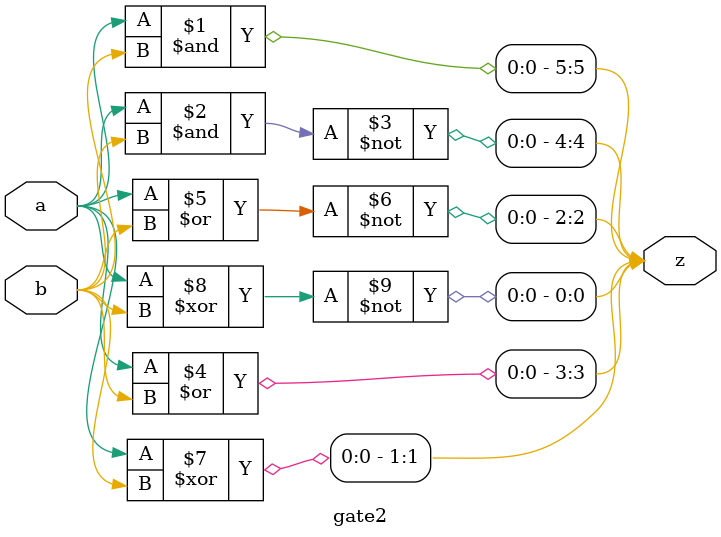
<source format=v>
`timescale 1ns / 1ps
module gate2(
  input wire a,
  input wire b,
  output wire[5:0] z
);

  assign z[5] = a & b;
  assign z[4] = ~( a & b );
  assign z[3] = ( a | b );
  assign z[2] = ~( a | b );
  assign z[1] = a ^ b;
  assign z[0] = ~( a ^ b );

endmodule

</source>
